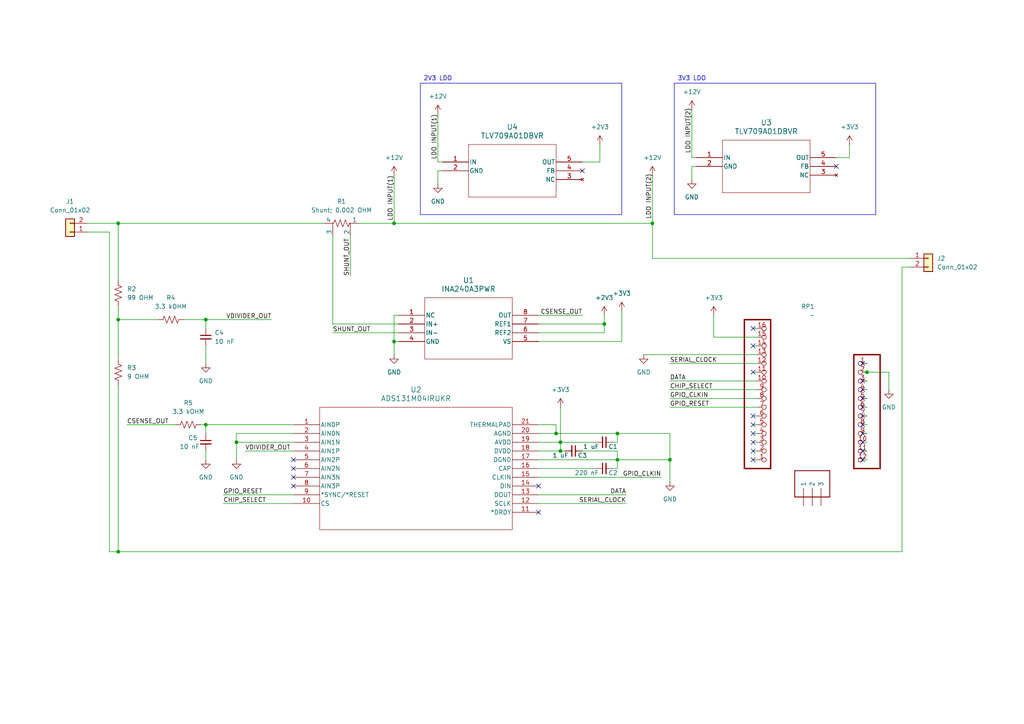
<source format=kicad_sch>
(kicad_sch (version 20231120) (generator "eeschema") (generator_version "8.0")
  (paper "A4")
  (lib_symbols
    (symbol "Connector_Generic:Conn_01x02" (pin_names (offset 1.016) hide)
      (property "Reference" "J" (at 0 2.54 0))
      (property "Value" "Conn_01x02" (at 0 -5.08 0))
      (symbol "Conn_01x02_1_1"
        (rectangle (start -1.27 -2.413) (end 0 -2.667) (stroke (width 0.1524)))
        (rectangle (start -1.27 0.127) (end 0 -0.127) (stroke (width 0.1524)))
        (rectangle (start -1.27 1.27) (end 1.27 -3.81) (stroke (width 0.254)) (fill (type background)))
        (pin passive line (at -5.08 0 0) (length 3.81) (name "Pin_1") (number "1"))
        (pin passive line (at -5.08 -2.54 0) (length 3.81) (name "Pin_2") (number "2"))
      )
    )
    (symbol "Device:C_Small" (pin_numbers hide) (pin_names (offset 0.254) hide)
      (property "Reference" "C" (at 0.254 1.778 0))
      (property "Value" "C_Small" (at 0.254 -2.032 0))
      (symbol "C_Small_0_1"
        (polyline (pts (xy -1.524 -0.508) (xy 1.524 -0.508)) (stroke (width 0.3302)))
        (polyline (pts (xy -1.524 0.508) (xy 1.524 0.508)) (stroke (width 0.3048)))
      )
      (symbol "C_Small_1_1"
        (pin passive line (at 0 2.54 270) (length 2.032) (name "~") (number "1"))
        (pin passive line (at 0 -2.54 90) (length 2.032) (name "~") (number "2"))
      )
    )
    (symbol "Device:R_Shunt_US" (pin_numbers hide) (pin_names (offset 0))
      (property "Reference" "R" (at -5.08 0 90))
      (property "Value" "R_Shunt_US" (at -3.048 0 90))
      (symbol "R_Shunt_US_1_1"
        (polyline (pts (xy 0 -2.54) (xy 1.27 -2.54)))
        (polyline (pts (xy 0 -2.286) (xy 0 -2.54)))
        (polyline (pts (xy 0 2.286) (xy 0 2.54)))
        (polyline (pts (xy 1.27 2.54) (xy 0 2.54)))
        (polyline (pts (xy 0 -0.762) (xy 1.016 -1.143) (xy 0 -1.524) (xy -1.016 -1.905) (xy 0 -2.286)))
        (polyline (pts (xy 0 0.762) (xy 1.016 0.381) (xy 0 0) (xy -1.016 -0.381) (xy 0 -0.762)))
        (polyline (pts (xy 0 2.286) (xy 1.016 1.905) (xy 0 1.524) (xy -1.016 1.143) (xy 0 0.762)))
        (pin passive line (at 0 5.08 270) (length 2.54) (name "1") (number "1"))
        (pin passive line (at 3.81 2.54 180) (length 2.54) (name "2") (number "2"))
        (pin passive line (at 3.81 -2.54 180) (length 2.54) (name "3") (number "3"))
        (pin passive line (at 0 -5.08 90) (length 2.54) (name "4") (number "4"))
      )
    )
    (symbol "Device:R_US" (pin_numbers hide) (pin_names (offset 0))
      (property "Reference" "R" (at 2.54 0 90))
      (property "Value" "R_US" (at -2.54 0 90))
      (symbol "R_US_0_1"
        (polyline (pts (xy 0 -2.286) (xy 0 -2.54)))
        (polyline (pts (xy 0 2.286) (xy 0 2.54)))
        (polyline (pts (xy 0 -0.762) (xy 1.016 -1.143) (xy 0 -1.524) (xy -1.016 -1.905) (xy 0 -2.286)))
        (polyline (pts (xy 0 0.762) (xy 1.016 0.381) (xy 0 0) (xy -1.016 -0.381) (xy 0 -0.762)))
        (polyline (pts (xy 0 2.286) (xy 1.016 1.905) (xy 0 1.524) (xy -1.016 1.143) (xy 0 0.762)))
      )
      (symbol "R_US_1_1"
        (pin passive line (at 0 3.81 270) (length 1.27) (name "~") (number "1"))
        (pin passive line (at 0 -3.81 90) (length 1.27) (name "~") (number "2"))
      )
    )
    (symbol "Joulemeter:ADS131M04IRUKR" (pin_names (offset 0.254))
      (property "Reference" "U" (at 35.56 10.16 0))
      (property "Value" "ADS131M04IRUKR" (at 35.56 7.62 0))
      (symbol "ADS131M04IRUKR_0_1"
        (polyline (pts (xy 7.62 -30.48) (xy 63.5 -30.48)) (stroke (width 0.127)))
        (polyline (pts (xy 7.62 5.08) (xy 7.62 -30.48)) (stroke (width 0.127)))
        (polyline (pts (xy 63.5 -30.48) (xy 63.5 5.08)) (stroke (width 0.127)))
        (polyline (pts (xy 63.5 5.08) (xy 7.62 5.08)) (stroke (width 0.127)))
        (pin bidirectional line (at 0 0 0) (length 7.62) (name "AIN0P") (number "1"))
        (pin unspecified line (at 0 -22.86 0) (length 7.62) (name "CS") (number "10"))
        (pin unspecified line (at 71.12 -25.4 180) (length 7.62) (name "*DRDY") (number "11"))
        (pin unspecified line (at 71.12 -22.86 180) (length 7.62) (name "SCLK") (number "12"))
        (pin output line (at 71.12 -20.32 180) (length 7.62) (name "DOUT") (number "13"))
        (pin unspecified line (at 71.12 -17.78 180) (length 7.62) (name "DIN") (number "14"))
        (pin unspecified line (at 71.12 -15.24 180) (length 7.62) (name "CLKIN") (number "15"))
        (pin unspecified line (at 71.12 -12.7 180) (length 7.62) (name "CAP") (number "16"))
        (pin power_out line (at 71.12 -10.16 180) (length 7.62) (name "DGND") (number "17"))
        (pin power_in line (at 71.12 -7.62 180) (length 7.62) (name "DVDD") (number "18"))
        (pin power_in line (at 71.12 -5.08 180) (length 7.62) (name "AVDD") (number "19"))
        (pin bidirectional line (at 0 -2.54 0) (length 7.62) (name "AIN0N") (number "2"))
        (pin power_out line (at 71.12 -2.54 180) (length 7.62) (name "AGND") (number "20"))
        (pin power_out line (at 71.12 0 180) (length 7.62) (name "THERMALPAD") (number "21"))
        (pin input line (at 0 -5.08 0) (length 7.62) (name "AIN1N") (number "3"))
        (pin input line (at 0 -7.62 0) (length 7.62) (name "AIN1P") (number "4"))
        (pin input line (at 0 -10.16 0) (length 7.62) (name "AIN2P") (number "5"))
        (pin input line (at 0 -12.7 0) (length 7.62) (name "AIN2N") (number "6"))
        (pin input line (at 0 -15.24 0) (length 7.62) (name "AIN3N") (number "7"))
        (pin input line (at 0 -17.78 0) (length 7.62) (name "AIN3P") (number "8"))
        (pin unspecified line (at 0 -20.32 0) (length 7.62) (name "*SYNC/*RESET") (number "9"))
      )
    )
    (symbol "Joulemeter:INA240A1PWR" (pin_names (offset 0.254))
      (property "Reference" "U" (at 20.32 10.16 0))
      (property "Value" "INA240A1PWR" (at 20.32 7.62 0))
      (symbol "INA240A1PWR_0_1"
        (polyline (pts (xy 7.62 -12.7) (xy 33.02 -12.7)) (stroke (width 0.127)))
        (polyline (pts (xy 7.62 5.08) (xy 7.62 -12.7)) (stroke (width 0.127)))
        (polyline (pts (xy 33.02 -12.7) (xy 33.02 5.08)) (stroke (width 0.127)))
        (polyline (pts (xy 33.02 5.08) (xy 7.62 5.08)) (stroke (width 0.127)))
        (pin unspecified line (at 0 0 0) (length 7.62) (name "NC") (number "1"))
        (pin input line (at 0 -2.54 0) (length 7.62) (name "IN+") (number "2"))
        (pin input line (at 0 -5.08 0) (length 7.62) (name "IN-") (number "3"))
        (pin power_in line (at 0 -7.62 0) (length 7.62) (name "GND") (number "4"))
        (pin power_in line (at 40.64 -7.62 180) (length 7.62) (name "VS") (number "5"))
        (pin input line (at 40.64 -5.08 180) (length 7.62) (name "REF2") (number "6"))
        (pin input line (at 40.64 -2.54 180) (length 7.62) (name "REF1") (number "7"))
        (pin output line (at 40.64 0 180) (length 7.62) (name "OUT") (number "8"))
      )
    )
    (symbol "Joulemeter:TLV709A01DBVR" (pin_names (offset 0.254))
      (property "Reference" "U" (at 20.32 10.16 0))
      (property "Value" "TLV709A01DBVR" (at 20.32 7.62 0))
      (symbol "TLV709A01DBVR_0_1"
        (polyline (pts (xy 7.62 -10.16) (xy 33.02 -10.16)) (stroke (width 0.127)))
        (polyline (pts (xy 7.62 5.08) (xy 7.62 -10.16)) (stroke (width 0.127)))
        (polyline (pts (xy 33.02 -10.16) (xy 33.02 5.08)) (stroke (width 0.127)))
        (polyline (pts (xy 33.02 5.08) (xy 7.62 5.08)) (stroke (width 0.127)))
        (pin input line (at 0 0 0) (length 7.62) (name "IN") (number "1"))
        (pin power_out line (at 0 -2.54 0) (length 7.62) (name "GND") (number "2"))
        (pin no_connect line (at 40.64 -5.08 180) (length 7.62) (name "NC") (number "3"))
        (pin input line (at 40.64 -2.54 180) (length 7.62) (name "FB") (number "4"))
        (pin output line (at 40.64 0 180) (length 7.62) (name "OUT") (number "5"))
      )
    )
    (symbol "SMV_Custom:RP2040"
      (property "Reference" "RP" (at -1.016 39.624 0))
      (symbol "RP2040_1_0"
        (polyline (pts (xy -20.32 -8.89) (xy -20.32 34.29)) (stroke (width 0.4064)))
        (polyline (pts (xy -20.32 34.29) (xy -12.7 34.29)) (stroke (width 0.4064)))
        (polyline (pts (xy -12.7 -8.89) (xy -20.32 -8.89)) (stroke (width 0.4064)))
        (polyline (pts (xy -12.7 34.29) (xy -12.7 -8.89)) (stroke (width 0.4064)))
        (polyline (pts (xy -5.715 -17.145) (xy 4.445 -17.145)) (stroke (width 0.254)))
        (polyline (pts (xy -5.715 -9.525) (xy -5.715 -17.145)) (stroke (width 0.254)))
        (polyline (pts (xy 4.445 -17.145) (xy 4.445 -9.525)) (stroke (width 0.254)))
        (polyline (pts (xy 4.445 -9.525) (xy -5.715 -9.525)) (stroke (width 0.254)))
        (polyline (pts (xy 11.43 -8.89) (xy 11.43 24.13)) (stroke (width 0.4064)))
        (polyline (pts (xy 11.43 24.13) (xy 19.05 24.13)) (stroke (width 0.4064)))
        (polyline (pts (xy 19.05 -8.89) (xy 11.43 -8.89)) (stroke (width 0.4064)))
        (polyline (pts (xy 19.05 24.13) (xy 19.05 -8.89)) (stroke (width 0.4064)))
        (pin passive inverted (at -16.51 -6.35 0) (length 2.54) (name "1") (number "1"))
        (pin passive line (at -3.175 -19.685 90) (length 5.08) (name "1") (number "1"))
        (pin passive inverted (at 15.24 21.59 180) (length 2.54) (name "1") (number "1"))
        (pin passive inverted (at -16.51 16.51 0) (length 2.54) (name "10") (number "10"))
        (pin passive inverted (at 15.24 -1.27 180) (length 2.54) (name "10") (number "10"))
        (pin passive inverted (at -16.51 19.05 0) (length 2.54) (name "11") (number "11"))
        (pin passive inverted (at 15.24 -3.81 180) (length 2.54) (name "11") (number "11"))
        (pin passive inverted (at -16.51 21.59 0) (length 2.54) (name "12") (number "12"))
        (pin passive inverted (at 15.24 -6.35 180) (length 2.54) (name "12") (number "12"))
        (pin passive inverted (at -16.51 24.13 0) (length 2.54) (name "13") (number "13"))
        (pin passive inverted (at -16.51 26.67 0) (length 2.54) (name "14") (number "14"))
        (pin passive inverted (at -16.51 29.21 0) (length 2.54) (name "15") (number "15"))
        (pin passive inverted (at -16.51 31.75 0) (length 2.54) (name "16") (number "16"))
        (pin passive inverted (at -16.51 -3.81 0) (length 2.54) (name "2") (number "2"))
        (pin passive line (at -0.635 -19.685 90) (length 5.08) (name "2") (number "2"))
        (pin passive inverted (at 15.24 19.05 180) (length 2.54) (name "2") (number "2"))
        (pin passive inverted (at -16.51 -1.27 0) (length 2.54) (name "3") (number "3"))
        (pin passive line (at 1.905 -19.685 90) (length 5.08) (name "3") (number "3"))
        (pin passive inverted (at 15.24 16.51 180) (length 2.54) (name "3") (number "3"))
        (pin passive inverted (at -16.51 1.27 0) (length 2.54) (name "4") (number "4"))
        (pin passive inverted (at 15.24 13.97 180) (length 2.54) (name "4") (number "4"))
        (pin passive inverted (at -16.51 3.81 0) (length 2.54) (name "5") (number "5"))
        (pin passive inverted (at 15.24 11.43 180) (length 2.54) (name "5") (number "5"))
        (pin passive inverted (at -16.51 6.35 0) (length 2.54) (name "6") (number "6"))
        (pin passive inverted (at 15.24 8.89 180) (length 2.54) (name "6") (number "6"))
        (pin passive inverted (at -16.51 8.89 0) (length 2.54) (name "7") (number "7"))
        (pin passive inverted (at 15.24 6.35 180) (length 2.54) (name "7") (number "7"))
        (pin passive inverted (at -16.51 11.43 0) (length 2.54) (name "8") (number "8"))
        (pin passive inverted (at 15.24 3.81 180) (length 2.54) (name "8") (number "8"))
        (pin passive inverted (at -16.51 13.97 0) (length 2.54) (name "9") (number "9"))
        (pin passive inverted (at 15.24 1.27 180) (length 2.54) (name "9") (number "9"))
      )
    )
    (symbol "power:+12V" (power) (pin_numbers hide) (pin_names (offset 0) hide)
      (property "Value" "+12V" (at 0 3.556 0))
      (symbol "+12V_0_1"
        (polyline (pts (xy -0.762 1.27) (xy 0 2.54)))
        (polyline (pts (xy 0 0) (xy 0 2.54)))
        (polyline (pts (xy 0 2.54) (xy 0.762 1.27)))
      )
      (symbol "+12V_1_1"
        (pin power_in line (at 0 0 90) (length 0) (name "~") (number "1"))
      )
    )
    (symbol "power:+3V3" (power) (pin_numbers hide) (pin_names (offset 0) hide)
      (property "Value" "+3V3" (at 0 3.556 0))
      (symbol "+3V3_0_1"
        (polyline (pts (xy -0.762 1.27) (xy 0 2.54)))
        (polyline (pts (xy 0 0) (xy 0 2.54)))
        (polyline (pts (xy 0 2.54) (xy 0.762 1.27)))
      )
      (symbol "+3V3_1_1"
        (pin power_in line (at 0 0 90) (length 0) (name "~") (number "1"))
      )
    )
    (symbol "power:GND" (power) (pin_numbers hide) (pin_names (offset 0) hide)
      (property "Value" "GND" (at 0 -3.81 0))
      (symbol "GND_0_1"
        (polyline (pts (xy 0 0) (xy 0 -1.27) (xy 1.27 -1.27) (xy 0 -2.54) (xy -1.27 -1.27) (xy 0 -1.27)))
      )
      (symbol "GND_1_1"
        (pin power_in line (at 0 0 270) (length 0) (name "~") (number "1"))
      )
    )
  )
  (junction (at 194.31 133.35))
  (junction (at 251.46 107.95))
  (junction (at 34.29 92.71))
  (junction (at 59.69 92.71))
  (junction (at 114.3 99.06))
  (junction (at 189.23 64.77))
  (junction (at 162.56 130.81))
  (junction (at 59.69 123.19))
  (junction (at 179.07 133.35))
  (junction (at 114.3 64.77))
  (junction (at 34.29 160.02))
  (junction (at 68.58 128.27))
  (junction (at 175.26 93.98))
  (junction (at 34.29 64.77))
  (junction (at 162.56 128.27))
  (junction (at 179.07 125.73))
  (junction (at 161.29 125.73))
  (no_connect (at 250.19 123.19))
  (no_connect (at 156.21 148.59))
  (no_connect (at 85.09 133.35))
  (no_connect (at 250.19 105.41))
  (no_connect (at 218.44 120.65))
  (no_connect (at 250.19 128.27))
  (no_connect (at 85.09 135.89))
  (no_connect (at 218.44 130.81))
  (no_connect (at 218.44 133.35))
  (no_connect (at 250.19 115.57))
  (no_connect (at 218.44 123.19))
  (no_connect (at 156.21 140.97))
  (no_connect (at 250.19 120.65))
  (no_connect (at 242.57 48.26))
  (no_connect (at 218.44 125.73))
  (no_connect (at 250.19 130.81))
  (no_connect (at 168.91 49.53))
  (no_connect (at 250.19 110.49))
  (no_connect (at 218.44 107.95))
  (no_connect (at 218.44 100.33))
  (no_connect (at 218.44 95.25))
  (no_connect (at 250.19 125.73))
  (no_connect (at 250.19 113.03))
  (no_connect (at 250.19 118.11))
  (no_connect (at 85.09 140.97))
  (no_connect (at 218.44 128.27))
  (no_connect (at 85.09 138.43))
  (no_connect (at 250.19 133.35))
  (wire (pts (xy 96.52 68.58) (xy 96.52 93.98)))
  (wire (pts (xy 104.14 64.77) (xy 114.3 64.77)))
  (wire (pts (xy 34.29 160.02) (xy 31.75 160.02)))
  (wire (pts (xy 156.21 91.44) (xy 168.91 91.44)))
  (wire (pts (xy 250.19 123.19) (xy 251.46 123.19)))
  (wire (pts (xy 156.21 93.98) (xy 175.26 93.98)))
  (wire (pts (xy 250.19 110.49) (xy 251.46 110.49)))
  (wire (pts (xy 219.71 102.87) (xy 186.69 102.87)))
  (wire (pts (xy 177.8 128.27) (xy 179.07 128.27)))
  (wire (pts (xy 250.19 120.65) (xy 251.46 120.65)))
  (wire (pts (xy 59.69 130.81) (xy 59.69 133.35)))
  (wire (pts (xy 175.26 91.44) (xy 175.26 93.98)))
  (wire (pts (xy 261.62 160.02) (xy 261.62 77.47)))
  (wire (pts (xy 250.19 128.27) (xy 251.46 128.27)))
  (wire (pts (xy 218.44 125.73) (xy 219.71 125.73)))
  (wire (pts (xy 194.31 113.03) (xy 219.71 113.03)))
  (wire (pts (xy 25.4 64.77) (xy 34.29 64.77)))
  (wire (pts (xy 207.01 97.79) (xy 219.71 97.79)))
  (wire (pts (xy 180.34 90.17) (xy 180.34 99.06)))
  (wire (pts (xy 194.31 118.11) (xy 219.71 118.11)))
  (wire (pts (xy 59.69 92.71) (xy 59.69 95.25)))
  (wire (pts (xy 246.38 41.91) (xy 246.38 45.72)))
  (wire (pts (xy 200.66 45.72) (xy 201.93 45.72)))
  (wire (pts (xy 218.44 95.25) (xy 219.71 95.25)))
  (wire (pts (xy 68.58 125.73) (xy 68.58 128.27)))
  (wire (pts (xy 250.19 113.03) (xy 251.46 113.03)))
  (wire (pts (xy 175.26 93.98) (xy 175.26 96.52)))
  (wire (pts (xy 250.19 133.35) (xy 251.46 133.35)))
  (wire (pts (xy 161.29 123.19) (xy 161.29 125.73)))
  (wire (pts (xy 34.29 111.76) (xy 34.29 160.02)))
  (wire (pts (xy 218.44 123.19) (xy 219.71 123.19)))
  (wire (pts (xy 200.66 48.26) (xy 200.66 52.07)))
  (wire (pts (xy 156.21 133.35) (xy 179.07 133.35)))
  (wire (pts (xy 177.8 135.89) (xy 179.07 135.89)))
  (wire (pts (xy 114.3 99.06) (xy 114.3 102.87)))
  (wire (pts (xy 85.09 128.27) (xy 68.58 128.27)))
  (wire (pts (xy 156.21 128.27) (xy 162.56 128.27)))
  (wire (pts (xy 34.29 92.71) (xy 45.72 92.71)))
  (wire (pts (xy 59.69 123.19) (xy 85.09 123.19)))
  (wire (pts (xy 127 33.02) (xy 127 46.99)))
  (wire (pts (xy 156.21 99.06) (xy 180.34 99.06)))
  (wire (pts (xy 161.29 125.73) (xy 179.07 125.73)))
  (wire (pts (xy 68.58 128.27) (xy 68.58 133.35)))
  (wire (pts (xy 71.12 130.81) (xy 85.09 130.81)))
  (wire (pts (xy 189.23 64.77) (xy 189.23 74.93)))
  (wire (pts (xy 250.19 118.11) (xy 251.46 118.11)))
  (wire (pts (xy 218.44 100.33) (xy 219.71 100.33)))
  (wire (pts (xy 156.21 130.81) (xy 162.56 130.81)))
  (wire (pts (xy 194.31 110.49) (xy 219.71 110.49)))
  (wire (pts (xy 96.52 96.52) (xy 115.57 96.52)))
  (wire (pts (xy 179.07 125.73) (xy 194.31 125.73)))
  (wire (pts (xy 59.69 100.33) (xy 59.69 105.41)))
  (wire (pts (xy 36.83 123.19) (xy 50.8 123.19)))
  (wire (pts (xy 250.19 130.81) (xy 251.46 130.81)))
  (wire (pts (xy 156.21 96.52) (xy 175.26 96.52)))
  (wire (pts (xy 162.56 130.81) (xy 163.83 130.81)))
  (wire (pts (xy 218.44 133.35) (xy 219.71 133.35)))
  (wire (pts (xy 34.29 92.71) (xy 34.29 104.14)))
  (wire (pts (xy 59.69 92.71) (xy 78.74 92.71)))
  (wire (pts (xy 114.3 91.44) (xy 114.3 99.06)))
  (wire (pts (xy 218.44 107.95) (xy 219.71 107.95)))
  (wire (pts (xy 179.07 130.81) (xy 179.07 133.35)))
  (wire (pts (xy 179.07 125.73) (xy 179.07 128.27)))
  (wire (pts (xy 179.07 133.35) (xy 194.31 133.35)))
  (wire (pts (xy 200.66 48.26) (xy 201.93 48.26)))
  (wire (pts (xy 156.21 135.89) (xy 172.72 135.89)))
  (wire (pts (xy 127 49.53) (xy 127 53.34)))
  (wire (pts (xy 31.75 67.31) (xy 25.4 67.31)))
  (wire (pts (xy 218.44 130.81) (xy 219.71 130.81)))
  (wire (pts (xy 114.3 64.77) (xy 189.23 64.77)))
  (wire (pts (xy 34.29 88.9) (xy 34.29 92.71)))
  (wire (pts (xy 194.31 133.35) (xy 194.31 139.7)))
  (wire (pts (xy 250.19 105.41) (xy 251.46 105.41)))
  (wire (pts (xy 194.31 125.73) (xy 194.31 133.35)))
  (wire (pts (xy 34.29 64.77) (xy 93.98 64.77)))
  (wire (pts (xy 128.27 49.53) (xy 127 49.53)))
  (wire (pts (xy 64.77 143.51) (xy 85.09 143.51)))
  (wire (pts (xy 156.21 123.19) (xy 161.29 123.19)))
  (wire (pts (xy 114.3 91.44) (xy 115.57 91.44)))
  (wire (pts (xy 218.44 120.65) (xy 219.71 120.65)))
  (wire (pts (xy 96.52 93.98) (xy 115.57 93.98)))
  (wire (pts (xy 200.66 31.75) (xy 200.66 45.72)))
  (wire (pts (xy 156.21 143.51) (xy 181.61 143.51)))
  (wire (pts (xy 250.19 107.95) (xy 251.46 107.95)))
  (wire (pts (xy 179.07 133.35) (xy 179.07 135.89)))
  (wire (pts (xy 53.34 92.71) (xy 59.69 92.71)))
  (wire (pts (xy 64.77 146.05) (xy 85.09 146.05)))
  (wire (pts (xy 242.57 45.72) (xy 246.38 45.72)))
  (wire (pts (xy 34.29 160.02) (xy 261.62 160.02)))
  (wire (pts (xy 31.75 160.02) (xy 31.75 67.31)))
  (wire (pts (xy 168.91 130.81) (xy 179.07 130.81)))
  (wire (pts (xy 115.57 99.06) (xy 114.3 99.06)))
  (wire (pts (xy 68.58 125.73) (xy 85.09 125.73)))
  (wire (pts (xy 250.19 125.73) (xy 251.46 125.73)))
  (wire (pts (xy 156.21 146.05) (xy 181.61 146.05)))
  (wire (pts (xy 59.69 123.19) (xy 59.69 125.73)))
  (wire (pts (xy 194.31 115.57) (xy 219.71 115.57)))
  (wire (pts (xy 162.56 128.27) (xy 162.56 130.81)))
  (wire (pts (xy 251.46 107.95) (xy 257.81 107.95)))
  (wire (pts (xy 101.6 80.01) (xy 101.6 68.58)))
  (wire (pts (xy 156.21 138.43) (xy 191.77 138.43)))
  (wire (pts (xy 168.91 46.99) (xy 173.99 46.99)))
  (wire (pts (xy 250.19 115.57) (xy 251.46 115.57)))
  (wire (pts (xy 34.29 64.77) (xy 34.29 81.28)))
  (wire (pts (xy 162.56 118.11) (xy 162.56 128.27)))
  (wire (pts (xy 156.21 125.73) (xy 161.29 125.73)))
  (wire (pts (xy 58.42 123.19) (xy 59.69 123.19)))
  (wire (pts (xy 173.99 41.91) (xy 173.99 46.99)))
  (wire (pts (xy 257.81 107.95) (xy 257.81 113.03)))
  (wire (pts (xy 194.31 105.41) (xy 219.71 105.41)))
  (wire (pts (xy 261.62 77.47) (xy 264.16 77.47)))
  (wire (pts (xy 114.3 50.8) (xy 114.3 64.77)))
  (wire (pts (xy 162.56 128.27) (xy 172.72 128.27)))
  (wire (pts (xy 189.23 50.8) (xy 189.23 64.77)))
  (wire (pts (xy 218.44 128.27) (xy 219.71 128.27)))
  (wire (pts (xy 207.01 91.44) (xy 207.01 97.79)))
  (wire (pts (xy 189.23 74.93) (xy 264.16 74.93)))
  (wire (pts (xy 128.27 46.99) (xy 127 46.99)))
  (rectangle (start 195.58 24.13) (end 254 62.23))
  (rectangle (start 121.92 24.13) (end 180.34 62.23))
  (text "3V3 LDO" (at 200.66 22.86 0) (effects (font (size 1.27 1.27))))
  (text "2V3 LDO" (at 127 22.86 0) (effects (font (size 1.27 1.27))))
  (label "SERIAL_CLOCK" (at 194.31 105.41 0))
  (label "DATA" (at 194.31 110.49 0))
  (label "SHUNT_OUT" (at 96.52 96.52 0))
  (label "GPIO_CLKIN" (at 194.31 115.57 0))
  (label "LDO INPUT(1)" (at 114.3 50.8 270))
  (label "LDO INPUT(2)" (at 200.66 44.45 90))
  (label "VDIVIDER_OUT" (at 78.74 92.71 180))
  (label "VDIVIDER_OUT" (at 71.12 130.81 0))
  (label "CHIP_SELECT" (at 64.77 146.05 0))
  (label "CHIP_SELECT" (at 194.31 113.03 0))
  (label "LDO INPUT(2)" (at 189.23 63.5 90))
  (label "LDO INPUT(1)" (at 127 33.02 270))
  (label "GPIO_CLKIN" (at 191.77 138.43 180))
  (label "GPIO_RESET" (at 64.77 143.51 0))
  (label "DATA" (at 181.61 143.51 180))
  (label "CSENSE_OUT" (at 168.91 91.44 180))
  (label "SERIAL_CLOCK" (at 181.61 146.05 180))
  (label "SHUNT_OUT" (at 101.6 80.01 90))
  (label "CSENSE_OUT" (at 36.83 123.19 0))
  (label "GPIO_RESET" (at 194.31 118.11 0))
  (symbol (lib_id "Joulemeter:TLV709A01DBVR") (at 128.27 46.99 0) (unit 1)
    (property "Reference" "U4" (at 148.59 36.83 0) (effects (font (size 1.524 1.524))))
    (property "Value" "TLV709A01DBVR" (at 148.59 39.37 0) (effects (font (size 1.524 1.524))))
    (property "Footprint" "SOT-23-5_DBV_TEX" (effects (hide yes)))
    (property "Datasheet" "TLV709A01DBVR" (effects (hide yes)))
  )
  (symbol (lib_id "power:GND") (at 114.3 102.87 0) (unit 1)
    (property "Reference" "#PWR06" (effects (hide yes)))
    (property "Value" "GND" (at 114.3 107.95 0))
    (property "Description" "Power symbol creates a global label with name \"GND\" , ground" (effects (hide yes)))
  )
  (symbol (lib_id "power:GND") (at 186.69 102.87 0) (unit 1)
    (property "Reference" "#PWR010" (effects (hide yes)))
    (property "Value" "GND" (at 186.69 107.95 0))
    (property "Description" "Power symbol creates a global label with name \"GND\" , ground" (effects (hide yes)))
  )
  (symbol (lib_id "power:+3V3") (at 207.01 91.44 0) (unit 1)
    (property "Reference" "#PWR013" (effects (hide yes)))
    (property "Value" "+3V3" (at 207.01 86.36 0))
    (property "Description" "Power symbol creates a global label with name \"+3V3\"" (effects (hide yes)))
  )
  (symbol (lib_id "Connector_Generic:Conn_01x02") (at 20.32 67.31 180) (unit 1)
    (property "Reference" "J1" (at 20.32 58.42 0))
    (property "Value" "Conn_01x02" (at 20.32 60.96 0))
    (property "Description" "Generic connector, single row, 01x02, script generated (kicad-library-utils/schlib/autogen/connector/)" (effects (hide yes)))
  )
  (symbol (lib_id "Joulemeter:TLV709A01DBVR") (at 201.93 45.72 0) (unit 1)
    (property "Reference" "U3" (at 222.25 35.56 0) (effects (font (size 1.524 1.524))))
    (property "Value" "TLV709A01DBVR" (at 222.25 38.1 0) (effects (font (size 1.524 1.524))))
    (property "Footprint" "SOT-23-5_DBV_TEX" (effects (hide yes)))
    (property "Datasheet" "TLV709A01DBVR" (effects (hide yes)))
  )
  (symbol (lib_id "Device:R_Shunt_US") (at 99.06 64.77 270) (unit 1)
    (property "Reference" "R1" (at 99.06 58.42 90))
    (property "Value" "Shunt; 0.002 OHM" (at 99.06 60.96 90))
    (property "Description" "Shunt resistor, US symbol" (effects (hide yes)))
  )
  (symbol (lib_id "power:+3V3") (at 180.34 90.17 0) (unit 1)
    (property "Reference" "#PWR05" (effects (hide yes)))
    (property "Value" "+3V3" (at 180.34 85.09 0))
    (property "Description" "Power symbol creates a global label with name \"+3V3\"" (effects (hide yes)))
  )
  (symbol (lib_id "Device:R_US") (at 34.29 107.95 0) (unit 1)
    (property "Reference" "R3" (at 36.83 106.6799 0) (effects (justify left)))
    (property "Value" "9 OHM" (at 36.83 109.2199 0) (effects (justify left)))
    (property "Description" "Resistor, US symbol" (effects (hide yes)))
  )
  (symbol (lib_id "power:+12V") (at 173.99 41.91 0) (unit 1)
    (property "Reference" "#PWR019" (effects (hide yes)))
    (property "Value" "+2V3" (at 173.99 36.83 0))
    (property "Description" "Power symbol creates a global label with name \"+12V\"" (effects (hide yes)))
  )
  (symbol (lib_id "power:+12V") (at 127 33.02 0) (unit 1)
    (property "Reference" "#PWR018" (effects (hide yes)))
    (property "Value" "+12V" (at 127 27.94 0))
    (property "Description" "Power symbol creates a global label with name \"+12V\"" (effects (hide yes)))
  )
  (symbol (lib_id "power:GND") (at 200.66 52.07 0) (unit 1)
    (property "Reference" "#PWR04" (effects (hide yes)))
    (property "Value" "GND" (at 200.66 57.15 0))
    (property "Description" "Power symbol creates a global label with name \"GND\" , ground" (effects (hide yes)))
  )
  (symbol (lib_id "Joulemeter:INA240A1PWR") (at 115.57 91.44 0) (unit 1)
    (property "Reference" "U1" (at 135.89 81.28 0) (effects (font (size 1.524 1.524))))
    (property "Value" "INA240A3PWR" (at 135.89 83.82 0) (effects (font (size 1.524 1.524))))
    (property "Footprint" "PW0008A_N_TEX" (effects (hide yes)))
    (property "Datasheet" "INA240A1PWR" (effects (hide yes)))
  )
  (symbol (lib_id "power:GND") (at 257.81 113.03 0) (unit 1)
    (property "Reference" "#PWR011" (effects (hide yes)))
    (property "Value" "GND" (at 257.81 118.11 0))
    (property "Description" "Power symbol creates a global label with name \"GND\" , ground" (effects (hide yes)))
  )
  (symbol (lib_id "power:GND") (at 194.31 139.7 0) (unit 1)
    (property "Reference" "#PWR08" (effects (hide yes)))
    (property "Value" "GND" (at 194.31 144.78 0))
    (property "Description" "Power symbol creates a global label with name \"GND\" , ground" (effects (hide yes)))
  )
  (symbol (lib_id "power:GND") (at 59.69 133.35 0) (unit 1)
    (property "Reference" "#PWR015" (effects (hide yes)))
    (property "Value" "GND" (at 59.69 138.43 0))
    (property "Description" "Power symbol creates a global label with name \"GND\" , ground" (effects (hide yes)))
  )
  (symbol (lib_id "power:GND") (at 127 53.34 0) (unit 1)
    (property "Reference" "#PWR016" (effects (hide yes)))
    (property "Value" "GND" (at 127 58.42 0))
    (property "Description" "Power symbol creates a global label with name \"GND\" , ground" (effects (hide yes)))
  )
  (symbol (lib_id "Device:C_Small") (at 175.26 128.27 270) (unit 1)
    (property "Reference" "C1" (at 177.8 129.54 90))
    (property "Value" "1 uF" (at 171.45 129.54 90))
    (property "Description" "Unpolarized capacitor, small symbol" (effects (hide yes)))
  )
  (symbol (lib_id "power:GND") (at 68.58 133.35 0) (unit 1)
    (property "Reference" "#PWR09" (effects (hide yes)))
    (property "Value" "GND" (at 68.58 138.43 0))
    (property "Description" "Power symbol creates a global label with name \"GND\" , ground" (effects (hide yes)))
  )
  (symbol (lib_id "Device:R_US") (at 34.29 85.09 0) (unit 1)
    (property "Reference" "R2" (at 36.83 83.8199 0) (effects (justify left)))
    (property "Value" "99 OHM" (at 36.83 86.3599 0) (effects (justify left)))
    (property "Description" "Resistor, US symbol" (effects (hide yes)))
  )
  (symbol (lib_id "Device:C_Small") (at 166.37 130.81 270) (unit 1)
    (property "Reference" "C3" (at 168.91 132.08 90))
    (property "Value" "1 uF" (at 162.56 132.08 90))
    (property "Description" "Unpolarized capacitor, small symbol" (effects (hide yes)))
  )
  (symbol (lib_id "power:+12V") (at 175.26 91.44 0) (unit 1)
    (property "Reference" "#PWR07" (effects (hide yes)))
    (property "Value" "+2V3" (at 175.26 86.36 0))
    (property "Description" "Power symbol creates a global label with name \"+12V\"" (effects (hide yes)))
  )
  (symbol (lib_id "Device:C_Small") (at 175.26 135.89 90) (unit 1)
    (property "Reference" "C2" (at 177.8 137.16 90))
    (property "Value" "220 nF" (at 170.18 137.16 90))
    (property "Description" "Unpolarized capacitor, small symbol" (effects (hide yes)))
  )
  (symbol (lib_id "power:+12V") (at 189.23 50.8 0) (unit 1)
    (property "Reference" "#PWR01" (effects (hide yes)))
    (property "Value" "+12V" (at 189.23 45.72 0))
    (property "Description" "Power symbol creates a global label with name \"+12V\"" (effects (hide yes)))
  )
  (symbol (lib_id "power:+3V3") (at 162.56 118.11 0) (unit 1)
    (property "Reference" "#PWR012" (effects (hide yes)))
    (property "Value" "+3V3" (at 162.56 113.03 0))
    (property "Description" "Power symbol creates a global label with name \"+3V3\"" (effects (hide yes)))
  )
  (symbol (lib_id "power:GND") (at 59.69 105.41 0) (unit 1)
    (property "Reference" "#PWR014" (effects (hide yes)))
    (property "Value" "GND" (at 59.69 110.49 0))
    (property "Description" "Power symbol creates a global label with name \"GND\" , ground" (effects (hide yes)))
  )
  (symbol (lib_id "Connector_Generic:Conn_01x02") (at 269.24 74.93 0) (unit 1)
    (property "Reference" "J2" (at 271.78 74.9299 0) (effects (justify left)))
    (property "Value" "Conn_01x02" (at 271.78 77.4699 0) (effects (justify left)))
    (property "Description" "Generic connector, single row, 01x02, script generated (kicad-library-utils/schlib/autogen/connector/)" (effects (hide yes)))
  )
  (symbol (lib_id "Device:R_US") (at 54.61 123.19 270) (unit 1)
    (property "Reference" "R5" (at 54.61 116.84 90))
    (property "Value" "3.3 kOHM" (at 54.61 119.38 90))
    (property "Description" "Resistor, US symbol" (effects (hide yes)))
  )
  (symbol (lib_id "Joulemeter:ADS131M04IRUKR") (at 85.09 123.19 0) (unit 1)
    (property "Reference" "U2" (at 120.65 113.03 0) (effects (font (size 1.524 1.524))))
    (property "Value" "ADS131M04IRUKR" (at 120.65 115.57 0) (effects (font (size 1.524 1.524))))
    (property "Footprint" "RUK20_TEX" (effects (hide yes)))
    (property "Datasheet" "ADS131M04IRUKR" (effects (hide yes)))
  )
  (symbol (lib_id "power:+12V") (at 114.3 50.8 0) (unit 1)
    (property "Reference" "#PWR017" (effects (hide yes)))
    (property "Value" "+12V" (at 114.3 45.72 0))
    (property "Description" "Power symbol creates a global label with name \"+12V\"" (effects (hide yes)))
  )
  (symbol (lib_id "Device:C_Small") (at 59.69 97.79 0) (unit 1)
    (property "Reference" "C4" (at 62.23 96.5262 0) (effects (justify left)))
    (property "Value" "10 nF" (at 62.23 99.0662 0) (effects (justify left)))
    (property "Description" "Unpolarized capacitor, small symbol" (effects (hide yes)))
  )
  (symbol (lib_id "power:+3V3") (at 246.38 41.91 0) (unit 1)
    (property "Reference" "#PWR03" (effects (hide yes)))
    (property "Value" "+3V3" (at 246.38 36.83 0))
    (property "Description" "Power symbol creates a global label with name \"+3V3\"" (effects (hide yes)))
  )
  (symbol (lib_id "SMV_Custom:RP2040") (at 236.22 127 0) (unit 1)
    (property "Reference" "RP1" (at 234.315 88.9 0))
    (property "Value" "~" (at 235.585 91.44 0))
  )
  (symbol (lib_id "power:+12V") (at 200.66 31.75 0) (unit 1)
    (property "Reference" "#PWR02" (effects (hide yes)))
    (property "Value" "+12V" (at 200.66 26.67 0))
    (property "Description" "Power symbol creates a global label with name \"+12V\"" (effects (hide yes)))
  )
  (symbol (lib_id "Device:C_Small") (at 59.69 128.27 0) (unit 1)
    (property "Reference" "C5" (at 54.61 127 0) (effects (justify left)))
    (property "Value" "10 nF" (at 52.07 129.54 0) (effects (justify left)))
    (property "Description" "Unpolarized capacitor, small symbol" (effects (hide yes)))
  )
  (symbol (lib_id "Device:R_US") (at 49.53 92.71 270) (unit 1)
    (property "Reference" "R4" (at 49.53 86.36 90))
    (property "Value" "3.3 kOHM" (at 49.53 88.9 90))
    (property "Description" "Resistor, US symbol" (effects (hide yes)))
  )
)
</source>
